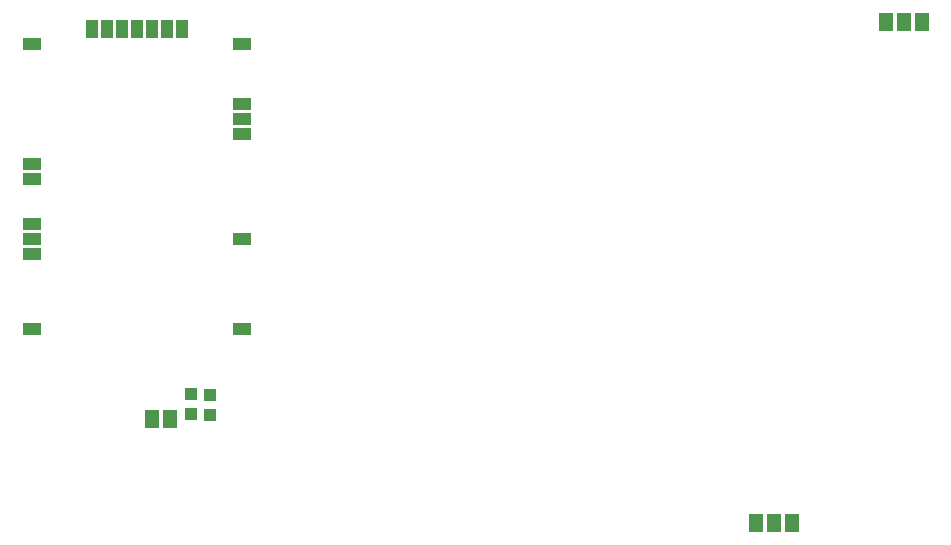
<source format=gbp>
G75*
%MOIN*%
%OFA0B0*%
%FSLAX25Y25*%
%IPPOS*%
%LPD*%
%AMOC8*
5,1,8,0,0,1.08239X$1,22.5*
%
%ADD10R,0.04331X0.03937*%
%ADD11R,0.04600X0.06300*%
%ADD12R,0.06000X0.04000*%
%ADD13R,0.04000X0.06000*%
D10*
X0070231Y0053169D03*
X0076431Y0053069D03*
X0076431Y0059761D03*
X0070231Y0059861D03*
D11*
X0057198Y0051778D03*
X0063198Y0051778D03*
X0258531Y0017115D03*
X0264531Y0017115D03*
X0270531Y0017115D03*
X0301837Y0183831D03*
X0307837Y0183831D03*
X0313837Y0183831D03*
D12*
X0087131Y0176515D03*
X0087131Y0156515D03*
X0087131Y0151515D03*
X0087131Y0146515D03*
X0087131Y0111515D03*
X0087131Y0081515D03*
X0017131Y0081515D03*
X0017131Y0106515D03*
X0017131Y0111515D03*
X0017131Y0116515D03*
X0017131Y0131515D03*
X0017131Y0136515D03*
X0017131Y0176515D03*
D13*
X0037131Y0181515D03*
X0042131Y0181515D03*
X0047131Y0181515D03*
X0052131Y0181515D03*
X0057131Y0181515D03*
X0062131Y0181515D03*
X0067131Y0181515D03*
M02*

</source>
